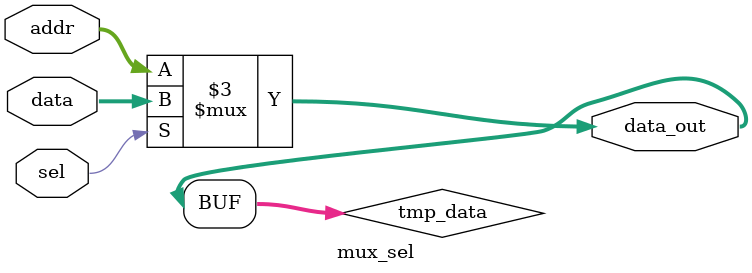
<source format=v>
module mux_sel (addr,data,data_out,sel);
	input [7:0] addr;
	input [7:0] data;
	output [7:0] data_out;
	input sel;
	reg [7:0] tmp_data;
	
	always @(addr, data, sel) begin
		if(sel) begin
			tmp_data = data;
		end else begin
			tmp_data = addr;
		end
	end
	
			
	assign data_out = tmp_data;

endmodule

</source>
